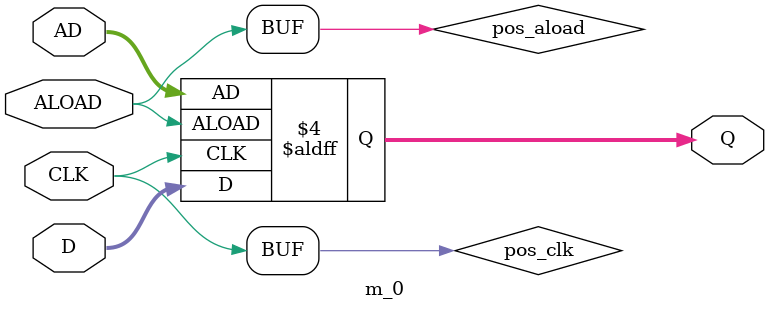
<source format=v>
module m_0 (AD, ALOAD, CLK, D, Q);

parameter WIDTH = 2;
parameter CLK_POLARITY = 1'b1;
parameter ALOAD_POLARITY = 1'b1;

input CLK, ALOAD;
input [WIDTH-1:0] AD;
input [WIDTH-1:0] D;
output reg [WIDTH-1:0] Q;
wire pos_clk = CLK == CLK_POLARITY;
wire pos_aload = ALOAD == ALOAD_POLARITY;

always @(posedge pos_clk, posedge pos_aload) begin
	if (pos_aload)
		Q <= AD;
	else
		Q <= D;
end

endmodule


</source>
